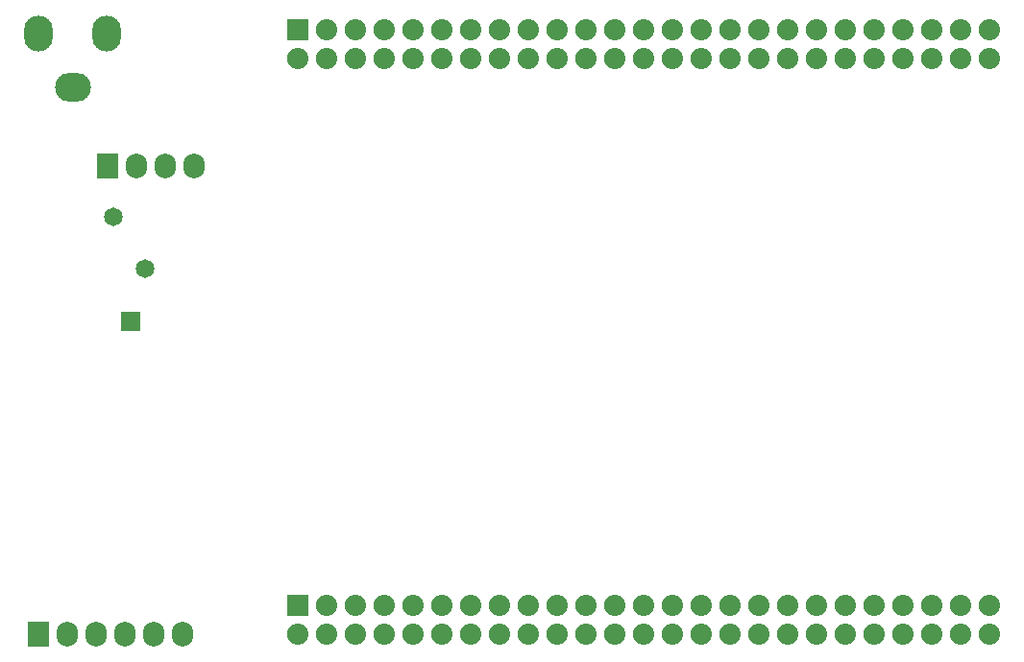
<source format=gbs>
G04 #@! TF.FileFunction,Soldermask,Bot*
%FSLAX46Y46*%
G04 Gerber Fmt 4.6, Leading zero omitted, Abs format (unit mm)*
G04 Created by KiCad (PCBNEW 4.0.1-stable) date Thursday, April 14, 2016 'AMt' 11:51:39 AM*
%MOMM*%
G01*
G04 APERTURE LIST*
%ADD10C,0.100000*%
%ADD11R,1.879600X2.184400*%
%ADD12O,1.879600X2.184400*%
%ADD13R,1.879600X1.879600*%
%ADD14O,1.879600X1.879600*%
%ADD15C,1.653540*%
%ADD16R,1.653540X1.653540*%
%ADD17O,2.552400X3.152400*%
%ADD18O,3.152400X2.552400*%
G04 APERTURE END LIST*
D10*
D11*
X111140000Y-138550000D03*
D12*
X113680000Y-138550000D03*
X116220000Y-138550000D03*
X118760000Y-138550000D03*
X121300000Y-138550000D03*
X123840000Y-138550000D03*
D13*
X134000000Y-136010000D03*
D14*
X134000000Y-138550000D03*
X136540000Y-136010000D03*
X136540000Y-138550000D03*
X139080000Y-136010000D03*
X139080000Y-138550000D03*
X141620000Y-136010000D03*
X141620000Y-138550000D03*
X144160000Y-136010000D03*
X144160000Y-138550000D03*
X146700000Y-136010000D03*
X146700000Y-138550000D03*
X149240000Y-136010000D03*
X149240000Y-138550000D03*
X151780000Y-136010000D03*
X151780000Y-138550000D03*
X154320000Y-136010000D03*
X154320000Y-138550000D03*
X156860000Y-136010000D03*
X156860000Y-138550000D03*
X159400000Y-136010000D03*
X159400000Y-138550000D03*
X161940000Y-136010000D03*
X161940000Y-138550000D03*
X164480000Y-136010000D03*
X164480000Y-138550000D03*
X167020000Y-136010000D03*
X167020000Y-138550000D03*
X169560000Y-136010000D03*
X169560000Y-138550000D03*
X172100000Y-136010000D03*
X172100000Y-138550000D03*
X174640000Y-136010000D03*
X174640000Y-138550000D03*
X177180000Y-136010000D03*
X177180000Y-138550000D03*
X179720000Y-136010000D03*
X179720000Y-138550000D03*
X182260000Y-136010000D03*
X182260000Y-138550000D03*
X184800000Y-136010000D03*
X184800000Y-138550000D03*
X187340000Y-136010000D03*
X187340000Y-138550000D03*
X189880000Y-136010000D03*
X189880000Y-138550000D03*
X192420000Y-136010000D03*
X192420000Y-138550000D03*
X194960000Y-136010000D03*
X194960000Y-138550000D03*
D11*
X117250000Y-97250000D03*
D12*
X119790000Y-97250000D03*
X122330000Y-97250000D03*
X124870000Y-97250000D03*
D13*
X134000000Y-85210000D03*
D14*
X134000000Y-87750000D03*
X136540000Y-85210000D03*
X136540000Y-87750000D03*
X139080000Y-85210000D03*
X139080000Y-87750000D03*
X141620000Y-85210000D03*
X141620000Y-87750000D03*
X144160000Y-85210000D03*
X144160000Y-87750000D03*
X146700000Y-85210000D03*
X146700000Y-87750000D03*
X149240000Y-85210000D03*
X149240000Y-87750000D03*
X151780000Y-85210000D03*
X151780000Y-87750000D03*
X154320000Y-85210000D03*
X154320000Y-87750000D03*
X156860000Y-85210000D03*
X156860000Y-87750000D03*
X159400000Y-85210000D03*
X159400000Y-87750000D03*
X161940000Y-85210000D03*
X161940000Y-87750000D03*
X164480000Y-85210000D03*
X164480000Y-87750000D03*
X167020000Y-85210000D03*
X167020000Y-87750000D03*
X169560000Y-85210000D03*
X169560000Y-87750000D03*
X172100000Y-85210000D03*
X172100000Y-87750000D03*
X174640000Y-85210000D03*
X174640000Y-87750000D03*
X177180000Y-85210000D03*
X177180000Y-87750000D03*
X179720000Y-85210000D03*
X179720000Y-87750000D03*
X182260000Y-85210000D03*
X182260000Y-87750000D03*
X184800000Y-85210000D03*
X184800000Y-87750000D03*
X187340000Y-85210000D03*
X187340000Y-87750000D03*
X189880000Y-85210000D03*
X189880000Y-87750000D03*
X192420000Y-85210000D03*
X192420000Y-87750000D03*
X194960000Y-85210000D03*
X194960000Y-87750000D03*
D15*
X117750000Y-101750000D03*
X120570000Y-106340000D03*
D16*
X119250000Y-111000000D03*
D17*
X111200000Y-85600000D03*
X117200000Y-85600000D03*
D18*
X114200000Y-90300000D03*
M02*

</source>
